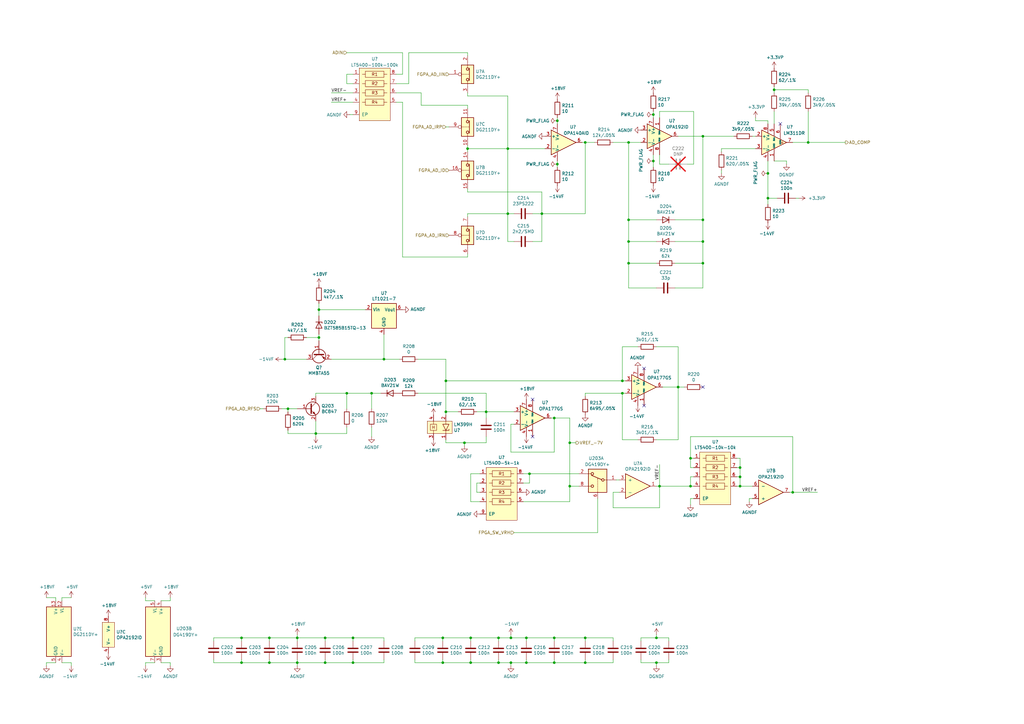
<source format=kicad_sch>
(kicad_sch (version 20230121) (generator eeschema)
  (paper "A3")
  (title_block (title "ADC") (date "2020-03-07") (rev "1.00"))
  (junction (at 317.5 36.83))
  (junction (at 255.27 156.21))
  (junction (at 325.12 201.93))
  (junction (at 227.33 171.45))
  (junction (at 199.39 168.91))
  (junction (at 142.24 161.29))
  (junction (at 209.55 271.78))
  (junction (at 193.04 271.78))
  (junction (at 314.96 81.28))
  (junction (at 255.27 161.29))
  (junction (at 288.29 90.17))
  (junction (at 110.49 261.62))
  (junction (at 288.29 107.95))
  (junction (at 288.29 99.06))
  (junction (at 215.9 261.62))
  (junction (at 283.21 187.96))
  (junction (at 257.81 107.95))
  (junction (at 208.28 60.96))
  (junction (at 99.06 261.62))
  (junction (at 270.51 199.39))
  (junction (at 278.13 158.75))
  (junction (at 257.81 58.42))
  (junction (at 182.88 156.21))
  (junction (at 191.77 60.96))
  (junction (at 269.24 261.62))
  (junction (at 130.81 138.43))
  (junction (at 233.68 199.39))
  (junction (at 110.49 271.78))
  (junction (at 129.54 177.8))
  (junction (at 314.96 71.12))
  (junction (at 288.29 55.88))
  (junction (at 240.03 271.78))
  (junction (at 331.47 58.42))
  (junction (at 181.61 261.62))
  (junction (at 257.81 90.17))
  (junction (at 267.97 66.04))
  (junction (at 182.88 168.91))
  (junction (at 215.9 271.78))
  (junction (at 257.81 99.06))
  (junction (at 227.33 261.62))
  (junction (at 152.4 161.29))
  (junction (at 118.11 167.64))
  (junction (at 240.03 58.42))
  (junction (at 208.28 87.63))
  (junction (at 227.33 271.78))
  (junction (at 133.35 271.78))
  (junction (at 204.47 261.62))
  (junction (at 228.6 49.53))
  (junction (at 209.55 261.62))
  (junction (at 303.53 191.77))
  (junction (at 121.92 261.62))
  (junction (at 157.48 147.32))
  (junction (at 228.6 67.31))
  (junction (at 267.97 46.99))
  (junction (at 283.21 199.39))
  (junction (at 133.35 261.62))
  (junction (at 181.61 271.78))
  (junction (at 233.68 181.61))
  (junction (at 193.04 261.62))
  (junction (at 222.25 87.63))
  (junction (at 130.81 127))
  (junction (at 240.03 261.62))
  (junction (at 121.92 271.78))
  (junction (at 269.24 271.78))
  (junction (at 144.78 261.62))
  (junction (at 144.78 271.78))
  (junction (at 190.5 181.61))
  (junction (at 303.53 195.58))
  (junction (at 204.47 271.78))
  (junction (at 303.53 199.39))
  (junction (at 99.06 271.78))
  (junction (at 217.17 194.31))
  (junction (at 116.84 147.32))
  (no_connect (at 218.44 179.07))
  (no_connect (at 264.16 166.37))
  (no_connect (at 218.44 163.83))
  (no_connect (at 264.16 151.13))
  (no_connect (at 320.04 50.8))
  (no_connect (at 288.29 158.75))
  (wire (pts (xy 172.72 38.1) (xy 172.72 43.18)))
  (wire (pts (xy 190.5 181.61) (xy 199.39 181.61)))
  (wire (pts (xy 116.84 147.32) (xy 115.57 147.32)))
  (wire (pts (xy 130.81 139.7) (xy 130.81 138.43)))
  (wire (pts (xy 227.33 171.45) (xy 226.06 171.45)))
  (wire (pts (xy 130.81 124.46) (xy 130.81 127)))
  (wire (pts (xy 157.48 261.62) (xy 157.48 262.89)))
  (wire (pts (xy 182.88 156.21) (xy 255.27 156.21)))
  (wire (pts (xy 142.24 177.8) (xy 129.54 177.8)))
  (wire (pts (xy 199.39 168.91) (xy 210.82 168.91)))
  (wire (pts (xy 251.46 58.42) (xy 257.81 58.42)))
  (wire (pts (xy 288.29 90.17) (xy 288.29 99.06)))
  (wire (pts (xy 262.89 261.62) (xy 269.24 261.62)))
  (wire (pts (xy 314.96 81.28) (xy 314.96 71.12)))
  (wire (pts (xy 309.88 49.53) (xy 314.96 49.53)))
  (wire (pts (xy 283.21 207.01) (xy 283.21 204.47)))
  (wire (pts (xy 303.53 187.96) (xy 302.26 187.96)))
  (wire (pts (xy 269.24 142.24) (xy 278.13 142.24)))
  (wire (pts (xy 130.81 127) (xy 149.86 127)))
  (wire (pts (xy 144.78 38.1) (xy 135.89 38.1)))
  (wire (pts (xy 142.24 161.29) (xy 152.4 161.29)))
  (wire (pts (xy 182.88 156.21) (xy 182.88 147.32)))
  (wire (pts (xy 209.55 260.35) (xy 209.55 261.62)))
  (wire (pts (xy 284.48 45.72) (xy 270.51 45.72)))
  (wire (pts (xy 182.88 180.34) (xy 182.88 181.61)))
  (wire (pts (xy 69.85 273.05) (xy 69.85 271.78)))
  (wire (pts (xy 318.77 81.28) (xy 314.96 81.28)))
  (wire (pts (xy 162.56 41.91) (xy 165.1 41.91)))
  (wire (pts (xy 214.63 198.12) (xy 217.17 198.12)))
  (wire (pts (xy 283.21 204.47) (xy 284.48 204.47)))
  (wire (pts (xy 257.81 58.42) (xy 257.81 90.17)))
  (wire (pts (xy 187.96 168.91) (xy 182.88 168.91)))
  (wire (pts (xy 227.33 171.45) (xy 233.68 171.45)))
  (wire (pts (xy 269.24 260.35) (xy 269.24 261.62)))
  (wire (pts (xy 303.53 199.39) (xy 302.26 199.39)))
  (wire (pts (xy 191.77 21.59) (xy 191.77 22.86)))
  (wire (pts (xy 59.69 246.38) (xy 63.5 246.38)))
  (wire (pts (xy 87.63 271.78) (xy 87.63 270.51)))
  (wire (pts (xy 269.24 99.06) (xy 257.81 99.06)))
  (wire (pts (xy 255.27 156.21) (xy 256.54 156.21)))
  (wire (pts (xy 267.97 46.99) (xy 267.97 45.72)))
  (wire (pts (xy 144.78 30.48) (xy 142.24 30.48)))
  (wire (pts (xy 233.68 199.39) (xy 233.68 205.74)))
  (wire (pts (xy 69.85 246.38) (xy 66.04 246.38)))
  (wire (pts (xy 191.77 60.96) (xy 191.77 59.69)))
  (wire (pts (xy 278.13 180.34) (xy 278.13 158.75)))
  (wire (pts (xy 116.84 138.43) (xy 116.84 147.32)))
  (wire (pts (xy 208.28 60.96) (xy 223.52 60.96)))
  (wire (pts (xy 118.11 168.91) (xy 118.11 167.64)))
  (wire (pts (xy 314.96 71.12) (xy 314.96 66.04)))
  (wire (pts (xy 302.26 191.77) (xy 303.53 191.77)))
  (wire (pts (xy 87.63 262.89) (xy 87.63 261.62)))
  (wire (pts (xy 270.51 63.5) (xy 270.51 67.31)))
  (wire (pts (xy 99.06 262.89) (xy 99.06 261.62)))
  (wire (pts (xy 209.55 173.99) (xy 209.55 185.42)))
  (wire (pts (xy 121.92 262.89) (xy 121.92 261.62)))
  (wire (pts (xy 22.86 245.11) (xy 22.86 246.38)))
  (wire (pts (xy 284.48 67.31) (xy 284.48 45.72)))
  (wire (pts (xy 209.55 185.42) (xy 227.33 185.42)))
  (wire (pts (xy 325.12 179.07) (xy 325.12 201.93)))
  (wire (pts (xy 144.78 262.89) (xy 144.78 261.62)))
  (wire (pts (xy 204.47 271.78) (xy 204.47 270.51)))
  (wire (pts (xy 121.92 260.35) (xy 121.92 261.62)))
  (wire (pts (xy 195.58 201.93) (xy 195.58 198.12)))
  (wire (pts (xy 129.54 172.72) (xy 129.54 177.8)))
  (wire (pts (xy 130.81 138.43) (xy 130.81 137.16)))
  (wire (pts (xy 29.21 271.78) (xy 25.4 271.78)))
  (wire (pts (xy 157.48 147.32) (xy 163.83 147.32)))
  (wire (pts (xy 193.04 205.74) (xy 196.85 205.74)))
  (wire (pts (xy 142.24 30.48) (xy 142.24 34.29)))
  (wire (pts (xy 144.78 261.62) (xy 157.48 261.62)))
  (wire (pts (xy 228.6 66.04) (xy 228.6 67.31)))
  (wire (pts (xy 204.47 261.62) (xy 209.55 261.62)))
  (wire (pts (xy 181.61 271.78) (xy 170.18 271.78)))
  (wire (pts (xy 276.86 99.06) (xy 288.29 99.06)))
  (wire (pts (xy 157.48 271.78) (xy 144.78 271.78)))
  (wire (pts (xy 283.21 187.96) (xy 283.21 179.07)))
  (wire (pts (xy 69.85 245.11) (xy 69.85 246.38)))
  (wire (pts (xy 25.4 245.11) (xy 25.4 246.38)))
  (wire (pts (xy 278.13 142.24) (xy 278.13 158.75)))
  (wire (pts (xy 167.64 34.29) (xy 167.64 21.59)))
  (wire (pts (xy 121.92 271.78) (xy 121.92 273.05)))
  (wire (pts (xy 130.81 127) (xy 130.81 129.54)))
  (wire (pts (xy 191.77 88.9) (xy 191.77 87.63)))
  (wire (pts (xy 99.06 271.78) (xy 87.63 271.78)))
  (wire (pts (xy 133.35 261.62) (xy 144.78 261.62)))
  (wire (pts (xy 222.25 87.63) (xy 240.03 87.63)))
  (wire (pts (xy 331.47 58.42) (xy 325.12 58.42)))
  (wire (pts (xy 199.39 171.45) (xy 199.39 168.91)))
  (wire (pts (xy 233.68 181.61) (xy 233.68 199.39)))
  (wire (pts (xy 133.35 270.51) (xy 133.35 271.78)))
  (wire (pts (xy 262.89 271.78) (xy 262.89 270.51)))
  (wire (pts (xy 191.77 62.23) (xy 191.77 60.96)))
  (wire (pts (xy 303.53 195.58) (xy 303.53 199.39)))
  (wire (pts (xy 270.51 45.72) (xy 270.51 48.26)))
  (wire (pts (xy 269.24 180.34) (xy 278.13 180.34)))
  (wire (pts (xy 193.04 270.51) (xy 193.04 271.78)))
  (wire (pts (xy 162.56 34.29) (xy 167.64 34.29)))
  (wire (pts (xy 255.27 142.24) (xy 255.27 156.21)))
  (wire (pts (xy 269.24 271.78) (xy 262.89 271.78)))
  (wire (pts (xy 283.21 179.07) (xy 325.12 179.07)))
  (wire (pts (xy 195.58 198.12) (xy 196.85 198.12)))
  (wire (pts (xy 228.6 67.31) (xy 228.6 68.58)))
  (wire (pts (xy 144.78 271.78) (xy 144.78 270.51)))
  (wire (pts (xy 257.81 99.06) (xy 257.81 90.17)))
  (wire (pts (xy 257.81 58.42) (xy 262.89 58.42)))
  (wire (pts (xy 215.9 271.78) (xy 209.55 271.78)))
  (wire (pts (xy 217.17 194.31) (xy 214.63 194.31)))
  (wire (pts (xy 196.85 194.31) (xy 193.04 194.31)))
  (wire (pts (xy 227.33 271.78) (xy 215.9 271.78)))
  (wire (pts (xy 99.06 261.62) (xy 110.49 261.62)))
  (wire (pts (xy 267.97 48.26) (xy 267.97 46.99)))
  (wire (pts (xy 116.84 147.32) (xy 125.73 147.32)))
  (wire (pts (xy 182.88 52.07) (xy 184.15 52.07)))
  (wire (pts (xy 110.49 261.62) (xy 110.49 262.89)))
  (wire (pts (xy 142.24 34.29) (xy 144.78 34.29)))
  (wire (pts (xy 165.1 21.59) (xy 142.24 21.59)))
  (wire (pts (xy 29.21 245.11) (xy 25.4 245.11)))
  (wire (pts (xy 317.5 50.8) (xy 317.5 45.72)))
  (wire (pts (xy 257.81 90.17) (xy 269.24 90.17)))
  (wire (pts (xy 29.21 273.05) (xy 29.21 271.78)))
  (wire (pts (xy 99.06 271.78) (xy 99.06 270.51)))
  (wire (pts (xy 157.48 270.51) (xy 157.48 271.78)))
  (wire (pts (xy 110.49 270.51) (xy 110.49 271.78)))
  (wire (pts (xy 295.91 71.12) (xy 295.91 69.85)))
  (wire (pts (xy 257.81 118.11) (xy 257.81 107.95)))
  (wire (pts (xy 276.86 90.17) (xy 288.29 90.17)))
  (wire (pts (xy 276.86 107.95) (xy 288.29 107.95)))
  (wire (pts (xy 331.47 45.72) (xy 331.47 58.42)))
  (wire (pts (xy 162.56 38.1) (xy 172.72 38.1)))
  (wire (pts (xy 167.64 21.59) (xy 191.77 21.59)))
  (wire (pts (xy 209.55 261.62) (xy 215.9 261.62)))
  (wire (pts (xy 240.03 58.42) (xy 238.76 58.42)))
  (wire (pts (xy 251.46 261.62) (xy 251.46 262.89)))
  (wire (pts (xy 228.6 48.26) (xy 228.6 49.53)))
  (wire (pts (xy 208.28 60.96) (xy 191.77 60.96)))
  (wire (pts (xy 19.05 245.11) (xy 22.86 245.11)))
  (wire (pts (xy 121.92 261.62) (xy 133.35 261.62)))
  (wire (pts (xy 227.33 261.62) (xy 240.03 261.62)))
  (wire (pts (xy 251.46 208.28) (xy 270.51 208.28)))
  (wire (pts (xy 325.12 201.93) (xy 335.28 201.93)))
  (wire (pts (xy 181.61 262.89) (xy 181.61 261.62)))
  (wire (pts (xy 144.78 271.78) (xy 133.35 271.78)))
  (wire (pts (xy 284.48 191.77) (xy 283.21 191.77)))
  (wire (pts (xy 254 196.85) (xy 252.73 196.85)))
  (wire (pts (xy 309.88 48.26) (xy 309.88 49.53)))
  (wire (pts (xy 129.54 177.8) (xy 129.54 179.07)))
  (wire (pts (xy 269.24 273.05) (xy 269.24 271.78)))
  (wire (pts (xy 193.04 271.78) (xy 181.61 271.78)))
  (wire (pts (xy 331.47 58.42) (xy 346.71 58.42)))
  (wire (pts (xy 130.81 138.43) (xy 125.73 138.43)))
  (wire (pts (xy 255.27 180.34) (xy 255.27 161.29)))
  (wire (pts (xy 215.9 261.62) (xy 215.9 262.89)))
  (wire (pts (xy 121.92 271.78) (xy 110.49 271.78)))
  (wire (pts (xy 135.89 147.32) (xy 157.48 147.32)))
  (wire (pts (xy 270.51 67.31) (xy 274.32 67.31)))
  (wire (pts (xy 303.53 187.96) (xy 303.53 191.77)))
  (wire (pts (xy 218.44 87.63) (xy 222.25 87.63)))
  (wire (pts (xy 142.24 175.26) (xy 142.24 177.8)))
  (wire (pts (xy 267.97 68.58) (xy 267.97 66.04)))
  (wire (pts (xy 307.34 205.74) (xy 307.34 204.47)))
  (wire (pts (xy 284.48 195.58) (xy 283.21 195.58)))
  (wire (pts (xy 270.51 208.28) (xy 270.51 199.39)))
  (wire (pts (xy 303.53 191.77) (xy 303.53 195.58)))
  (wire (pts (xy 165.1 41.91) (xy 165.1 105.41)))
  (wire (pts (xy 143.51 46.99) (xy 144.78 46.99)))
  (wire (pts (xy 118.11 167.64) (xy 121.92 167.64)))
  (wire (pts (xy 240.03 271.78) (xy 227.33 271.78)))
  (wire (pts (xy 270.51 199.39) (xy 269.24 199.39)))
  (wire (pts (xy 170.18 271.78) (xy 170.18 270.51)))
  (wire (pts (xy 274.32 271.78) (xy 269.24 271.78)))
  (wire (pts (xy 215.9 270.51) (xy 215.9 271.78)))
  (wire (pts (xy 19.05 271.78) (xy 22.86 271.78)))
  (wire (pts (xy 19.05 273.05) (xy 19.05 271.78)))
  (wire (pts (xy 193.04 261.62) (xy 204.47 261.62)))
  (wire (pts (xy 281.94 67.31) (xy 284.48 67.31)))
  (wire (pts (xy 267.97 66.04) (xy 267.97 63.5)))
  (wire (pts (xy 307.34 204.47) (xy 308.61 204.47)))
  (wire (pts (xy 302.26 195.58) (xy 303.53 195.58)))
  (wire (pts (xy 283.21 187.96) (xy 284.48 187.96)))
  (wire (pts (xy 210.82 99.06) (xy 208.28 99.06)))
  (wire (pts (xy 204.47 262.89) (xy 204.47 261.62)))
  (wire (pts (xy 142.24 167.64) (xy 142.24 161.29)))
  (wire (pts (xy 217.17 198.12) (xy 217.17 194.31)))
  (wire (pts (xy 171.45 161.29) (xy 199.39 161.29)))
  (wire (pts (xy 171.45 147.32) (xy 182.88 147.32)))
  (wire (pts (xy 191.77 105.41) (xy 165.1 105.41)))
  (wire (pts (xy 133.35 271.78) (xy 121.92 271.78)))
  (wire (pts (xy 288.29 55.88) (xy 278.13 55.88)))
  (wire (pts (xy 110.49 271.78) (xy 99.06 271.78)))
  (wire (pts (xy 327.66 81.28) (xy 326.39 81.28)))
  (wire (pts (xy 284.48 199.39) (xy 283.21 199.39)))
  (wire (pts (xy 269.24 261.62) (xy 274.32 261.62)))
  (wire (pts (xy 256.54 161.29) (xy 255.27 161.29)))
  (wire (pts (xy 182.88 181.61) (xy 190.5 181.61)))
  (wire (pts (xy 270.51 199.39) (xy 283.21 199.39)))
  (wire (pts (xy 165.1 30.48) (xy 165.1 21.59)))
  (wire (pts (xy 322.58 67.31) (xy 322.58 66.04)))
  (wire (pts (xy 257.81 107.95) (xy 257.81 99.06)))
  (wire (pts (xy 269.24 107.95) (xy 257.81 107.95)))
  (wire (pts (xy 317.5 38.1) (xy 317.5 36.83)))
  (wire (pts (xy 228.6 49.53) (xy 228.6 50.8)))
  (wire (pts (xy 191.77 87.63) (xy 208.28 87.63)))
  (wire (pts (xy 251.46 201.93) (xy 251.46 208.28)))
  (wire (pts (xy 69.85 271.78) (xy 66.04 271.78)))
  (wire (pts (xy 314.96 83.82) (xy 314.96 81.28)))
  (wire (pts (xy 209.55 271.78) (xy 209.55 273.05)))
  (wire (pts (xy 209.55 271.78) (xy 204.47 271.78)))
  (wire (pts (xy 233.68 171.45) (xy 233.68 181.61)))
  (wire (pts (xy 227.33 271.78) (xy 227.33 270.51)))
  (wire (pts (xy 255.27 142.24) (xy 261.62 142.24)))
  (wire (pts (xy 162.56 30.48) (xy 165.1 30.48)))
  (wire (pts (xy 181.61 261.62) (xy 193.04 261.62)))
  (wire (pts (xy 191.77 77.47) (xy 191.77 78.74)))
  (wire (pts (xy 251.46 270.51) (xy 251.46 271.78)))
  (wire (pts (xy 236.22 181.61) (xy 233.68 181.61)))
  (wire (pts (xy 181.61 271.78) (xy 181.61 270.51)))
  (wire (pts (xy 193.04 194.31) (xy 193.04 205.74)))
  (wire (pts (xy 245.11 218.44) (xy 245.11 204.47)))
  (wire (pts (xy 274.32 262.89) (xy 274.32 261.62)))
  (wire (pts (xy 233.68 205.74) (xy 214.63 205.74)))
  (wire (pts (xy 204.47 271.78) (xy 193.04 271.78)))
  (wire (pts (xy 208.28 39.37) (xy 208.28 60.96)))
  (wire (pts (xy 152.4 167.64) (xy 152.4 161.29)))
  (wire (pts (xy 300.99 55.88) (xy 288.29 55.88)))
  (wire (pts (xy 227.33 262.89) (xy 227.33 261.62)))
  (wire (pts (xy 191.77 43.18) (xy 191.77 44.45)))
  (wire (pts (xy 59.69 245.11) (xy 59.69 246.38)))
  (wire (pts (xy 121.92 271.78) (xy 121.92 270.51)))
  (wire (pts (xy 240.03 261.62) (xy 240.03 262.89)))
  (wire (pts (xy 237.49 199.39) (xy 233.68 199.39)))
  (wire (pts (xy 288.29 55.88) (xy 288.29 90.17)))
  (wire (pts (xy 59.69 273.05) (xy 59.69 271.78)))
  (wire (pts (xy 240.03 161.29) (xy 255.27 161.29)))
  (wire (pts (xy 262.89 262.89) (xy 262.89 261.62)))
  (wire (pts (xy 59.69 271.78) (xy 63.5 271.78)))
  (wire (pts (xy 222.25 99.06) (xy 222.25 87.63)))
  (wire (pts (xy 295.91 60.96) (xy 295.91 62.23)))
  (wire (pts (xy 193.04 261.62) (xy 193.04 262.89)))
  (wire (pts (xy 191.77 39.37) (xy 208.28 39.37)))
  (wire (pts (xy 172.72 43.18) (xy 191.77 43.18)))
  (wire (pts (xy 240.03 261.62) (xy 251.46 261.62)))
  (wire (pts (xy 152.4 179.07) (xy 152.4 175.26)))
  (wire (pts (xy 199.39 168.91) (xy 199.39 161.29)))
  (wire (pts (xy 118.11 167.64) (xy 115.57 167.64)))
  (wire (pts (xy 240.03 58.42) (xy 243.84 58.42)))
  (wire (pts (xy 106.68 167.64) (xy 107.95 167.64)))
  (wire (pts (xy 190.5 182.88) (xy 190.5 181.61)))
  (wire (pts (xy 110.49 261.62) (xy 121.92 261.62)))
  (wire (pts (xy 191.77 104.14) (xy 191.77 105.41)))
  (wire (pts (xy 210.82 87.63) (xy 208.28 87.63)))
  (wire (pts (xy 217.17 194.31) (xy 237.49 194.31)))
  (wire (pts (xy 251.46 271.78) (xy 240.03 271.78)))
  (wire (pts (xy 215.9 261.62) (xy 227.33 261.62)))
  (wire (pts (xy 199.39 181.61) (xy 199.39 179.07)))
  (wire (pts (xy 196.85 201.93) (xy 195.58 201.93)))
  (wire (pts (xy 152.4 161.29) (xy 156.21 161.29)))
  (wire (pts (xy 208.28 87.63) (xy 208.28 60.96)))
  (wire (pts (xy 118.11 138.43) (xy 116.84 138.43)))
  (wire (pts (xy 199.39 168.91) (xy 195.58 168.91)))
  (wire (pts (xy 182.88 168.91) (xy 182.88 170.18)))
  (wire (pts (xy 254 201.93) (xy 251.46 201.93)))
  (wire (pts (xy 170.18 261.62) (xy 181.61 261.62)))
  (wire (pts (xy 208.28 99.06) (xy 208.28 87.63)))
  (wire (pts (xy 191.77 38.1) (xy 191.77 39.37)))
  (wire (pts (xy 218.44 99.06) (xy 222.25 99.06)))
  (wire (pts (xy 278.13 158.75) (xy 280.67 158.75)))
  (wire (pts (xy 288.29 99.06) (xy 288.29 107.95)))
  (wire (pts (xy 308.61 199.39) (xy 303.53 199.39)))
  (wire (pts (xy 240.03 161.29) (xy 240.03 162.56)))
  (wire (pts (xy 325.12 201.93) (xy 323.85 201.93)))
  (wire (pts (xy 240.03 58.42) (xy 240.03 87.63)))
  (wire (pts (xy 331.47 36.83) (xy 331.47 38.1)))
  (wire (pts (xy 270.51 199.39) (xy 270.51 190.5)))
  (wire (pts (xy 261.62 180.34) (xy 255.27 180.34)))
  (wire (pts (xy 129.54 161.29) (xy 142.24 161.29)))
  (wire (pts (xy 210.82 173.99) (xy 209.55 173.99)))
  (wire (pts (xy 118.11 176.53) (xy 118.11 177.8)))
  (wire (pts (xy 170.18 262.89) (xy 170.18 261.62)))
  (wire (pts (xy 129.54 162.56) (xy 129.54 161.29)))
  (wire (pts (xy 317.5 36.83) (xy 331.47 36.83)))
  (wire (pts (xy 227.33 185.42) (xy 227.33 171.45)))
  (wire (pts (xy 182.88 168.91) (xy 182.88 156.21)))
  (wire (pts (xy 222.25 87.63) (xy 222.25 78.74)))
  (wire (pts (xy 283.21 191.77) (xy 283.21 187.96)))
  (wire (pts (xy 269.24 118.11) (xy 257.81 118.11)))
  (wire (pts (xy 288.29 118.11) (xy 288.29 107.95)))
  (wire (pts (xy 274.32 271.78) (xy 274.32 270.51)))
  (wire (pts (xy 210.82 218.44) (xy 245.11 218.44)))
  (wire (pts (xy 157.48 147.32) (xy 157.48 137.16)))
  (wire (pts (xy 191.77 78.74) (xy 222.25 78.74)))
  (wire (pts (xy 133.35 261.62) (xy 133.35 262.89)))
  (wire (pts (xy 309.88 55.88) (xy 308.61 55.88)))
  (wire (pts (xy 87.63 261.62) (xy 99.06 261.62)))
  (wire (pts (xy 271.78 158.75) (xy 278.13 158.75)))
  (wire (pts (xy 144.78 41.91) (xy 135.89 41.91)))
  (wire (pts (xy 283.21 195.58) (xy 283.21 199.39)))
  (wire (pts (xy 317.5 36.83) (xy 317.5 35.56)))
  (wire (pts (xy 314.96 49.53) (xy 314.96 50.8)))
  (wire (pts (xy 322.58 66.04) (xy 317.5 66.04)))
  (wire (pts (xy 118.11 177.8) (xy 129.54 177.8)))
  (wire (pts (xy 276.86 118.11) (xy 288.29 118.11)))
  (wire (pts (xy 240.03 270.51) (xy 240.03 271.78)))
  (wire (pts (xy 295.91 60.96) (xy 309.88 60.96)))
  (label "VREF+" (at 135.89 41.91 0))
  (label "VREF-" (at 270.51 190.5 270))
  (label "VREF+" (at 335.28 201.93 180))
  (label "VREF-" (at 135.89 38.1 0))
  (hierarchical_label "VREF_-7V" (shape output) (at 236.22 181.61 0))
  (hierarchical_label "ADIN" (shape input) (at 142.24 21.59 180))
  (hierarchical_label "FPGA_AD_RFS" (shape input) (at 106.68 167.64 180))
  (hierarchical_label "FGPA_AD_IIN" (shape input) (at 184.15 30.48 180))
  (hierarchical_label "FPGA_SW_VRH" (shape input) (at 210.82 218.44 180))
  (hierarchical_label "FGPA_AD_ID" (shape input) (at 184.15 69.85 180))
  (hierarchical_label "AD_COMP" (shape output) (at 346.71 58.42 0))
  (hierarchical_label "FGPA_AD_IRN" (shape input) (at 184.15 96.52 180))
  (hierarchical_label "FGPA_AD_IRP" (shape input) (at 182.88 52.07 180))
  (symbol (lib_id "ETH1CDMM2:LT5400-100k-100k") (at 153.67 38.1 0) (unit 1)
    (property "Reference" "U?" (at 153.67 24.13 0))
    (property "Value" "LT5400-100k-100k" (at 153.67 26.67 0))
    (property "Footprint" "Package_SO:MSOP-8-1EP_3x3mm_P0.65mm_EP1.73x1.85mm_ThermalVias" (effects hide))
    (instances (project "ETH1CDMM2" (path "" (reference "U?") (unit 1)) (path "" (reference "U205") (unit 1))))
  )
  (symbol (lib_id "ETH1CDMM2:AGNDF") (at 143.51 46.99 270) (unit 1)
    (property "Reference" "#PWR?" (effects hide))
    (property "Value" "AGNDF" (at 140.2588 47.117 90) (effects (justify right)))
    (instances (project "ETH1CDMM2" (path "" (reference "#PWR?") (unit 1)) (path "" (reference "#PWR0218") (unit 1))))
  )
  (symbol (lib_id "ETH1CDMM2:DG211") (at 191.77 69.85 270) (unit 2)
    (property "Reference" "U?" (at 195.072 68.6816 90) (effects (justify left)))
    (property "Value" "DG211DY+" (at 195.072 70.993 90) (effects (justify left)))
    (property "Footprint" "Package_SO:SOIC-16_3.9x9.9mm_P1.27mm" (effects hide))
    (property "Datasheet" "http://pdf.datasheetcatalog.com/datasheets/70/494502_DS.pdf" (effects hide))
    (instances (project "ETH1CDMM2" (path "" (reference "U?") (unit 2)) (path "" (reference "U201") (unit 2))))
  )
  (symbol (lib_id "ETH1CDMM2:DG211") (at 191.77 52.07 270) (unit 3)
    (property "Reference" "U?" (at 195.072 50.9016 90) (effects (justify left)))
    (property "Value" "DG211DY+" (at 195.072 53.213 90) (effects (justify left)))
    (property "Footprint" "Package_SO:SOIC-16_3.9x9.9mm_P1.27mm" (effects hide))
    (property "Datasheet" "http://pdf.datasheetcatalog.com/datasheets/70/494502_DS.pdf" (effects hide))
    (instances (project "ETH1CDMM2" (path "" (reference "U?") (unit 3)) (path "" (reference "U201") (unit 3))))
  )
  (symbol (lib_id "ETH1CDMM2:DG211") (at 191.77 96.52 270) (unit 4)
    (property "Reference" "U?" (at 195.072 95.3516 90) (effects (justify left)))
    (property "Value" "DG211DY+" (at 195.072 97.663 90) (effects (justify left)))
    (property "Footprint" "Package_SO:SOIC-16_3.9x9.9mm_P1.27mm" (effects hide))
    (property "Datasheet" "http://pdf.datasheetcatalog.com/datasheets/70/494502_DS.pdf" (effects hide))
    (instances (project "ETH1CDMM2" (path "" (reference "U?") (unit 4)) (path "" (reference "U201") (unit 4))))
  )
  (symbol (lib_id "ETH1CDMM2:DG211") (at 22.86 259.08 0) (unit 5)
    (property "Reference" "U?" (at 29.972 257.9116 0) (effects (justify left)))
    (property "Value" "DG211DY+" (at 29.972 260.223 0) (effects (justify left)))
    (property "Footprint" "Package_SO:SOIC-16_3.9x9.9mm_P1.27mm" (effects hide))
    (property "Datasheet" "http://pdf.datasheetcatalog.com/datasheets/70/494502_DS.pdf" (effects hide))
    (instances (project "ETH1CDMM2" (path "" (reference "U?") (unit 5)) (path "" (reference "U201") (unit 5))))
  )
  (symbol (lib_id "ETH1CDMM2:LT5400-10k-10k") (at 293.37 195.58 0) (unit 1)
    (property "Reference" "U?" (at 293.37 181.229 0))
    (property "Value" "LT5400-10k-10k" (at 293.37 183.5404 0))
    (property "Footprint" "Package_SO:MSOP-8-1EP_3x3mm_P0.65mm_EP1.73x1.85mm_ThermalVias" (effects hide))
    (instances (project "ETH1CDMM2" (path "" (reference "U?") (unit 1)) (path "" (reference "U212") (unit 1))))
  )
  (symbol (lib_id "ETH1CDMM2:DG211") (at 191.77 30.48 270) (unit 1)
    (property "Reference" "U?" (at 195.072 29.3116 90) (effects (justify left)))
    (property "Value" "DG211DY+" (at 195.072 31.623 90) (effects (justify left)))
    (property "Footprint" "Package_SO:SOIC-16_3.9x9.9mm_P1.27mm" (effects hide))
    (property "Datasheet" "http://pdf.datasheetcatalog.com/datasheets/70/494502_DS.pdf" (effects hide))
    (instances (project "ETH1CDMM2" (path "" (reference "U?") (unit 1)) (path "" (reference "U201") (unit 1))))
  )
  (symbol (lib_id "ETH1CDMM2:AGNDF") (at 283.21 207.01 0) (unit 1)
    (property "Reference" "#PWR?" (effects hide))
    (property "Value" "AGNDF" (at 283.337 211.4042 0))
    (instances (project "ETH1CDMM2" (path "" (reference "#PWR?") (unit 1)) (path "" (reference "#PWR0241") (unit 1))))
  )
  (symbol (lib_id "ETH1CDMM2:AGNDF") (at 307.34 205.74 0) (unit 1)
    (property "Reference" "#PWR?" (effects hide))
    (property "Value" "AGNDF" (at 307.467 210.1342 0))
    (instances (project "ETH1CDMM2" (path "" (reference "#PWR?") (unit 1)) (path "" (reference "#PWR0243") (unit 1))))
  )
  (symbol (lib_id "ETH1CDMM2:LM399H") (at 180.34 175.26 0) (mirror x) (unit 1)
    (property "Reference" "U?" (at 186.1312 176.4284 0) (effects (justify left)))
    (property "Value" "LM399H" (at 186.1312 174.117 0) (effects (justify left)))
    (property "Footprint" "ETH1CDMM2:LMx99" (effects hide))
    (instances (project "ETH1CDMM2" (path "" (reference "U?") (unit 1)) (path "" (reference "U206") (unit 1))))
  )
  (symbol (lib_id "Device:C") (at 214.63 87.63 270) (unit 1)
    (property "Reference" "C214" (at 214.63 81.2292 90))
    (property "Value" "23PS222" (at 214.63 83.5406 90))
    (property "Footprint" "Capacitor_THT:C_Axial_L12.0mm_D6.5mm_P15.00mm_Horizontal" (effects hide))
  )
  (symbol (lib_id "Device:R") (at 191.77 168.91 270) (unit 1)
    (property "Reference" "R210" (at 191.77 163.6522 90))
    (property "Value" "62/.1%" (at 191.77 165.9636 90))
    (property "Footprint" "Resistor_SMD:R_0603_1608Metric_Pad1.05x0.95mm_HandSolder" (effects hide))
  )
  (symbol (lib_id "Device:C") (at 199.39 175.26 0) (unit 1)
    (property "Reference" "C211" (at 202.311 174.0916 0) (effects (justify left)))
    (property "Value" "100n" (at 202.311 176.403 0) (effects (justify left)))
    (property "Footprint" "Capacitor_SMD:C_0603_1608Metric_Pad1.08x0.95mm_HandSolder" (effects hide))
  )
  (symbol (lib_id "Device:R") (at 240.03 166.37 0) (unit 1)
    (property "Reference" "R213" (at 241.808 165.2016 0) (effects (justify left)))
    (property "Value" "6k95/.05%" (at 241.808 167.513 0) (effects (justify left)))
    (property "Footprint" "Resistor_SMD:R_1206_3216Metric_Pad1.42x1.75mm_HandSolder" (effects hide))
  )
  (symbol (lib_id "Device:R") (at 284.48 158.75 270) (unit 1)
    (property "Reference" "R220" (at 284.48 153.4922 90))
    (property "Value" "0" (at 284.48 155.8036 90))
    (property "Footprint" "Resistor_SMD:R_0603_1608Metric_Pad0.98x0.95mm_HandSolder" (effects hide))
  )
  (symbol (lib_id "Device:R") (at 265.43 180.34 270) (unit 1)
    (property "Reference" "R216" (at 265.43 175.0822 90))
    (property "Value" "3k01/.1%" (at 265.43 177.3936 90))
    (property "Footprint" "Resistor_SMD:R_0603_1608Metric_Pad1.05x0.95mm_HandSolder" (effects hide))
  )
  (symbol (lib_id "Device:R") (at 265.43 142.24 270) (unit 1)
    (property "Reference" "R215" (at 265.43 136.9822 90))
    (property "Value" "3k01/.1%" (at 265.43 139.2936 90))
    (property "Footprint" "Resistor_SMD:R_0603_1608Metric_Pad1.05x0.95mm_HandSolder" (effects hide))
  )
  (symbol (lib_id "ETH1CDMM2:AGNDF") (at 240.03 170.18 0) (unit 1)
    (property "Reference" "#PWR?" (effects hide))
    (property "Value" "AGNDF" (at 240.157 174.5742 0))
    (instances (project "ETH1CDMM2" (path "" (reference "#PWR?") (unit 1)) (path "" (reference "#PWR0233") (unit 1))))
  )
  (symbol (lib_id "ETH1CDMM2:OPA2192") (at 260.35 199.39 0) (unit 1)
    (property "Reference" "U?" (at 261.62 190.0682 0))
    (property "Value" "OPA2192ID" (at 261.62 192.3796 0))
    (property "Footprint" "Package_SO:SOIC-8_3.9x4.9mm_P1.27mm" (effects hide))
    (instances (project "ETH1CDMM2" (path "" (reference "U?") (unit 1)) (path "" (reference "U202") (unit 1))))
  )
  (symbol (lib_id "ETH1CDMM2:OPA2192") (at 314.96 201.93 0) (mirror x) (unit 2)
    (property "Reference" "U?" (at 316.23 193.04 0))
    (property "Value" "OPA2192ID" (at 316.23 195.58 0))
    (property "Footprint" "Package_SO:SOIC-8_3.9x4.9mm_P1.27mm" (effects hide))
    (instances (project "ETH1CDMM2" (path "" (reference "U?") (unit 2)) (path "" (reference "U202") (unit 2))))
  )
  (symbol (lib_id "ETH1CDMM2:OPA2192") (at 44.45 260.35 0) (unit 3)
    (property "Reference" "U?" (at 47.7012 259.1816 0) (effects (justify left)))
    (property "Value" "OPA2192ID" (at 47.7012 261.493 0) (effects (justify left)))
    (property "Footprint" "Package_SO:SOIC-8_3.9x4.9mm_P1.27mm" (effects hide))
    (instances (project "ETH1CDMM2" (path "" (reference "U?") (unit 3)) (path "" (reference "U202") (unit 3))))
  )
  (symbol (lib_id "Analog_Switch:DG419xY") (at 245.11 194.31 0) (mirror y) (unit 1)
    (property "Reference" "U203" (at 247.65 187.96 0) (effects (justify left)))
    (property "Value" "DG419DY+" (at 250.19 190.5 0) (effects (justify left)))
    (property "Footprint" "Package_SO:SOIC-8_3.9x4.9mm_P1.27mm" (effects hide))
    (property "Datasheet" "https://datasheets.maximintegrated.com/en/ds/DG417-DG419.pdf" (effects hide))
  )
  (symbol (lib_id "ETH1CDMM2:LT5400-5k-1k") (at 205.74 201.93 0) (unit 1)
    (property "Reference" "U?" (at 205.74 187.579 0))
    (property "Value" "LT5400-5k-1k" (at 205.74 189.8904 0))
    (property "Footprint" "Package_SO:MSOP-8-1EP_3x3mm_P0.65mm_EP1.73x1.85mm_ThermalVias" (effects hide))
    (instances (project "ETH1CDMM2" (path "" (reference "U?") (unit 1)) (path "" (reference "U207") (unit 1))))
  )
  (symbol (lib_id "ETH1CDMM2:AGNDF") (at 196.85 210.82 270) (unit 1)
    (property "Reference" "#PWR?" (effects hide))
    (property "Value" "AGNDF" (at 193.5988 210.947 90) (effects (justify right)))
    (instances (project "ETH1CDMM2" (path "" (reference "#PWR?") (unit 1)) (path "" (reference "#PWR0224") (unit 1))))
  )
  (symbol (lib_id "ETH1CDMM2:AGNDF") (at 214.63 201.93 90) (unit 1)
    (property "Reference" "#PWR?" (effects hide))
    (property "Value" "AGNDF" (at 217.8812 201.803 90) (effects (justify right)))
    (instances (project "ETH1CDMM2" (path "" (reference "#PWR?") (unit 1)) (path "" (reference "#PWR0225") (unit 1))))
  )
  (symbol (lib_id "Analog_Switch:DG419xY") (at 66.04 259.08 0) (mirror y) (unit 2)
    (property "Reference" "U203" (at 78.74 257.81 0) (effects (justify left)))
    (property "Value" "DG419DY+" (at 81.28 260.35 0) (effects (justify left)))
    (property "Footprint" "Package_SO:SOIC-8_3.9x4.9mm_P1.27mm" (effects hide))
    (property "Datasheet" "https://datasheets.maximintegrated.com/en/ds/DG417-DG419.pdf" (effects hide))
  )
  (symbol (lib_id "ETH1CDMM2:+5VF") (at 59.69 245.11 0) (unit 1)
    (property "Reference" "#PWR?" (effects hide))
    (property "Value" "+5VF" (at 60.071 240.7158 0))
    (instances (project "ETH1CDMM2" (path "" (reference "#PWR?") (unit 1)) (path "" (reference "#PWR0207") (unit 1))))
  )
  (symbol (lib_id "ETH1CDMM2:AGNDF") (at 69.85 273.05 0) (unit 1)
    (property "Reference" "#PWR?" (effects hide))
    (property "Value" "AGNDF" (at 69.977 277.4442 0))
    (instances (project "ETH1CDMM2" (path "" (reference "#PWR?") (unit 1)) (path "" (reference "#PWR0212") (unit 1))))
  )
  (symbol (lib_id "ETH1CDMM2:AGNDF") (at 19.05 273.05 0) (unit 1)
    (property "Reference" "#PWR?" (effects hide))
    (property "Value" "AGNDF" (at 19.177 277.4442 0))
    (instances (project "ETH1CDMM2" (path "" (reference "#PWR?") (unit 1)) (path "" (reference "#PWR0202") (unit 1))))
  )
  (symbol (lib_id "ETH1CDMM2:+5VF") (at 29.21 245.11 0) (unit 1)
    (property "Reference" "#PWR?" (effects hide))
    (property "Value" "+5VF" (at 29.591 240.7158 0))
    (instances (project "ETH1CDMM2" (path "" (reference "#PWR?") (unit 1)) (path "" (reference "#PWR0203") (unit 1))))
  )
  (symbol (lib_id "Device:R") (at 167.64 147.32 270) (unit 1)
    (property "Reference" "R208" (at 167.64 142.0622 90))
    (property "Value" "0" (at 167.64 144.3736 90))
    (property "Footprint" "Resistor_SMD:R_0603_1608Metric_Pad0.98x0.95mm_HandSolder" (effects hide))
  )
  (symbol (lib_id "power:+3.3VP") (at 309.88 48.26 0) (unit 1)
    (property "Reference" "#PWR0244" (effects hide))
    (property "Value" "+3.3VP" (at 310.261 43.8658 0))
  )
  (symbol (lib_id "power:+3.3VP") (at 317.5 27.94 0) (unit 1)
    (property "Reference" "#PWR0246" (effects hide))
    (property "Value" "+3.3VP" (at 317.881 23.5458 0))
  )
  (symbol (lib_id "power:+3.3VP") (at 327.66 81.28 270) (unit 1)
    (property "Reference" "#PWR0248" (effects hide))
    (property "Value" "+3.3VP" (at 331.47 81.28 90) (effects (justify left)))
  )
  (symbol (lib_id "Transistor_BJT:BC847") (at 127 167.64 0) (unit 1)
    (property "Reference" "Q203" (at 131.8514 166.4716 0) (effects (justify left)))
    (property "Value" "BC847" (at 131.8514 168.783 0) (effects (justify left)))
    (property "Footprint" "Package_TO_SOT_SMD:SOT-23" (effects hide))
    (property "Datasheet" "http://www.infineon.com/dgdl/Infineon-BC847SERIES_BC848SERIES_BC849SERIES_BC850SERIES-DS-v01_01-en.pdf?fileId=db3a304314dca389011541d4630a1657" (effects hide))
  )
  (symbol (lib_id "Device:R") (at 130.81 120.65 0) (unit 1)
    (property "Reference" "R204" (at 132.588 119.4816 0) (effects (justify left)))
    (property "Value" "4k7/.1%" (at 132.588 121.793 0) (effects (justify left)))
    (property "Footprint" "Resistor_SMD:R_0603_1608Metric_Pad1.05x0.95mm_HandSolder" (effects hide))
  )
  (symbol (lib_id "Device:R") (at 121.92 138.43 270) (unit 1)
    (property "Reference" "R202" (at 121.92 133.1722 90))
    (property "Value" "4k7/.1%" (at 121.92 135.4836 90))
    (property "Footprint" "Resistor_SMD:R_0603_1608Metric_Pad1.05x0.95mm_HandSolder" (effects hide))
  )
  (symbol (lib_id "Device:D_Zener") (at 130.81 133.35 270) (unit 1)
    (property "Reference" "D202" (at 132.8166 132.1816 90) (effects (justify left)))
    (property "Value" "BZT585B15TQ-13" (at 132.8166 134.493 90) (effects (justify left)))
    (property "Footprint" "Diode_SMD:D_SOD-523" (effects hide))
  )
  (symbol (lib_id "ETH1CDMM2:-14VF") (at 115.57 147.32 90) (unit 1)
    (property "Reference" "#PWR?" (effects hide))
    (property "Value" "-14VF" (at 109.22 147.32 90))
    (instances (project "ETH1CDMM2" (path "" (reference "#PWR?") (unit 1)) (path "" (reference "#PWR0213") (unit 1))))
  )
  (symbol (lib_id "ETH1CDMM2:+18VF") (at 130.81 116.84 0) (unit 1)
    (property "Reference" "#PWR?" (effects hide))
    (property "Value" "+18VF" (at 131.191 112.4458 0))
    (instances (project "ETH1CDMM2" (path "" (reference "#PWR?") (unit 1)) (path "" (reference "#PWR0214") (unit 1))))
  )
  (symbol (lib_id "ETH1CDMM2:MMBTA55") (at 130.81 144.78 90) (mirror x) (unit 1)
    (property "Reference" "Q?" (at 130.81 150.749 90))
    (property "Value" "MMBTA55" (at 130.81 153.0604 90))
    (property "Footprint" "Package_TO_SOT_SMD:SOT-23" (effects hide))
    (property "Datasheet" "https://www.onsemi.com/pub/Collateral/MMBTA92LT1-D.PDF" (effects hide))
    (instances (project "ETH1CDMM2" (path "" (reference "Q?") (unit 1)) (path "" (reference "Q202") (unit 1))))
  )
  (symbol (lib_id "Device:R") (at 142.24 171.45 180) (unit 1)
    (property "Reference" "R206" (at 144.018 170.2816 0) (effects (justify right)))
    (property "Value" "0" (at 144.018 172.593 0) (effects (justify right)))
    (property "Footprint" "Resistor_SMD:R_0603_1608Metric_Pad1.05x0.95mm_HandSolder" (effects hide))
  )
  (symbol (lib_id "ETH1CDMM2:LT1021-7") (at 157.48 129.54 0) (unit 1)
    (property "Reference" "U?" (at 157.48 120.2182 0))
    (property "Value" "LT1021-7" (at 157.48 122.5296 0))
    (property "Footprint" "Package_SO:SOIC-8_3.9x4.9mm_P1.27mm" (effects hide))
    (instances (project "ETH1CDMM2" (path "" (reference "U?") (unit 1)) (path "" (reference "U204") (unit 1))))
  )
  (symbol (lib_id "power:PWR_FLAG") (at 228.6 49.53 90) (unit 1)
    (property "Reference" "#FLG0201" (effects hide))
    (property "Value" "PWR_FLAG" (at 225.3742 49.53 90) (effects (justify left)))
  )
  (symbol (lib_id "power:PWR_FLAG") (at 228.6 67.31 90) (mirror x) (unit 1)
    (property "Reference" "#FLG0202" (effects hide))
    (property "Value" "PWR_FLAG" (at 225.3742 67.31 90) (effects (justify left)))
  )
  (symbol (lib_id "ETH1CDMM2:AGNDF") (at 165.1 127 90) (unit 1)
    (property "Reference" "#PWR?" (effects hide))
    (property "Value" "AGNDF" (at 168.3512 126.873 90) (effects (justify right)))
    (instances (project "ETH1CDMM2" (path "" (reference "#PWR?") (unit 1)) (path "" (reference "#PWR0219") (unit 1))))
  )
  (symbol (lib_id "power:PWR_FLAG") (at 267.97 66.04 90) (mirror x) (unit 1)
    (property "Reference" "#FLG0204" (effects hide))
    (property "Value" "PWR_FLAG" (at 262.89 60.96 0) (effects (justify left)))
  )
  (symbol (lib_id "power:PWR_FLAG") (at 267.97 46.99 90) (mirror x) (unit 1)
    (property "Reference" "#FLG0203" (effects hide))
    (property "Value" "PWR_FLAG" (at 264.16 46.99 90) (effects (justify left)))
  )
  (symbol (lib_id "power:PWR_FLAG") (at 314.96 71.12 90) (mirror x) (unit 1)
    (property "Reference" "#FLG0205" (effects hide))
    (property "Value" "PWR_FLAG" (at 309.88 66.04 0) (effects (justify left)))
  )
  (symbol (lib_id "Device:C") (at 214.63 99.06 270) (unit 1)
    (property "Reference" "C215" (at 214.63 92.6592 90))
    (property "Value" "2n2/SMD" (at 214.63 94.9706 90))
    (property "Footprint" "Capacitor_SMD:C_0603_1608Metric_Pad1.08x0.95mm_HandSolder" (effects hide))
  )
  (symbol (lib_id "Device:C") (at 87.63 266.7 0) (unit 1)
    (property "Reference" "C202" (at 90.551 265.5316 0) (effects (justify left)))
    (property "Value" "100n" (at 90.551 267.843 0) (effects (justify left)))
    (property "Footprint" "Capacitor_SMD:C_0603_1608Metric_Pad1.08x0.95mm_HandSolder" (effects hide))
  )
  (symbol (lib_id "Device:C") (at 99.06 266.7 0) (unit 1)
    (property "Reference" "C203" (at 101.981 265.5316 0) (effects (justify left)))
    (property "Value" "100n" (at 101.981 267.843 0) (effects (justify left)))
    (property "Footprint" "Capacitor_SMD:C_0603_1608Metric_Pad1.08x0.95mm_HandSolder" (effects hide))
  )
  (symbol (lib_id "Device:C") (at 110.49 266.7 0) (unit 1)
    (property "Reference" "C204" (at 113.411 265.5316 0) (effects (justify left)))
    (property "Value" "100n" (at 113.411 267.843 0) (effects (justify left)))
    (property "Footprint" "Capacitor_SMD:C_0603_1608Metric_Pad1.08x0.95mm_HandSolder" (effects hide))
  )
  (symbol (lib_id "Device:C") (at 121.92 266.7 0) (unit 1)
    (property "Reference" "C205" (at 124.841 265.5316 0) (effects (justify left)))
    (property "Value" "100n" (at 124.841 267.843 0) (effects (justify left)))
    (property "Footprint" "Capacitor_SMD:C_0603_1608Metric_Pad1.08x0.95mm_HandSolder" (effects hide))
  )
  (symbol (lib_id "Device:C") (at 133.35 266.7 0) (unit 1)
    (property "Reference" "C206" (at 136.271 265.5316 0) (effects (justify left)))
    (property "Value" "100n" (at 136.271 267.843 0) (effects (justify left)))
    (property "Footprint" "Capacitor_SMD:C_0603_1608Metric_Pad1.08x0.95mm_HandSolder" (effects hide))
  )
  (symbol (lib_id "Device:C") (at 144.78 266.7 0) (unit 1)
    (property "Reference" "C207" (at 147.701 265.5316 0) (effects (justify left)))
    (property "Value" "100n" (at 147.701 267.843 0) (effects (justify left)))
    (property "Footprint" "Capacitor_SMD:C_0603_1608Metric_Pad1.08x0.95mm_HandSolder" (effects hide))
  )
  (symbol (lib_id "Device:C") (at 157.48 266.7 0) (unit 1)
    (property "Reference" "C208" (at 160.401 265.5316 0) (effects (justify left)))
    (property "Value" "100n" (at 160.401 267.843 0) (effects (justify left)))
    (property "Footprint" "Capacitor_SMD:C_0603_1608Metric_Pad1.08x0.95mm_HandSolder" (effects hide))
  )
  (symbol (lib_id "ETH1CDMM2:AGNDF") (at 121.92 273.05 0) (unit 1)
    (property "Reference" "#PWR?" (effects hide))
    (property "Value" "AGNDF" (at 122.047 277.4442 0))
    (instances (project "ETH1CDMM2" (path "" (reference "#PWR?") (unit 1)) (path "" (reference "#PWR0216") (unit 1))))
  )
  (symbol (lib_id "ETH1CDMM2:+18VF") (at 121.92 260.35 0) (unit 1)
    (property "Reference" "#PWR?" (effects hide))
    (property "Value" "+18VF" (at 122.301 255.9558 0))
    (instances (project "ETH1CDMM2" (path "" (reference "#PWR?") (unit 1)) (path "" (reference "#PWR0215") (unit 1))))
  )
  (symbol (lib_id "Device:C") (at 170.18 266.7 0) (unit 1)
    (property "Reference" "C209" (at 173.101 265.5316 0) (effects (justify left)))
    (property "Value" "100n" (at 173.101 267.843 0) (effects (justify left)))
    (property "Footprint" "Capacitor_SMD:C_0603_1608Metric_Pad1.08x0.95mm_HandSolder" (effects hide))
  )
  (symbol (lib_id "Device:C") (at 181.61 266.7 0) (unit 1)
    (property "Reference" "C210" (at 184.531 265.5316 0) (effects (justify left)))
    (property "Value" "100n" (at 184.531 267.843 0) (effects (justify left)))
    (property "Footprint" "Capacitor_SMD:C_0603_1608Metric_Pad1.08x0.95mm_HandSolder" (effects hide))
  )
  (symbol (lib_id "Device:C") (at 193.04 266.7 0) (unit 1)
    (property "Reference" "C212" (at 195.961 265.5316 0) (effects (justify left)))
    (property "Value" "100n" (at 195.961 267.843 0) (effects (justify left)))
    (property "Footprint" "Capacitor_SMD:C_0603_1608Metric_Pad1.08x0.95mm_HandSolder" (effects hide))
  )
  (symbol (lib_id "Device:C") (at 204.47 266.7 0) (unit 1)
    (property "Reference" "C213" (at 207.391 265.5316 0) (effects (justify left)))
    (property "Value" "100n" (at 207.391 267.843 0) (effects (justify left)))
    (property "Footprint" "Capacitor_SMD:C_0603_1608Metric_Pad1.08x0.95mm_HandSolder" (effects hide))
  )
  (symbol (lib_id "Device:C") (at 215.9 266.7 0) (unit 1)
    (property "Reference" "C216" (at 218.821 265.5316 0) (effects (justify left)))
    (property "Value" "100n" (at 218.821 267.843 0) (effects (justify left)))
    (property "Footprint" "Capacitor_SMD:C_0603_1608Metric_Pad1.08x0.95mm_HandSolder" (effects hide))
  )
  (symbol (lib_id "Device:C") (at 227.33 266.7 0) (unit 1)
    (property "Reference" "C217" (at 230.251 265.5316 0) (effects (justify left)))
    (property "Value" "100n" (at 230.251 267.843 0) (effects (justify left)))
    (property "Footprint" "Capacitor_SMD:C_0603_1608Metric_Pad1.08x0.95mm_HandSolder" (effects hide))
  )
  (symbol (lib_id "Device:C") (at 240.03 266.7 0) (unit 1)
    (property "Reference" "C218" (at 242.951 265.5316 0) (effects (justify left)))
    (property "Value" "100n" (at 242.951 267.843 0) (effects (justify left)))
    (property "Footprint" "Capacitor_SMD:C_0603_1608Metric_Pad1.08x0.95mm_HandSolder" (effects hide))
  )
  (symbol (lib_id "ETH1CDMM2:AGNDF") (at 209.55 273.05 0) (unit 1)
    (property "Reference" "#PWR?" (effects hide))
    (property "Value" "AGNDF" (at 209.677 277.4442 0))
    (instances (project "ETH1CDMM2" (path "" (reference "#PWR?") (unit 1)) (path "" (reference "#PWR0229") (unit 1))))
  )
  (symbol (lib_id "Device:C") (at 251.46 266.7 0) (unit 1)
    (property "Reference" "C219" (at 254.381 265.5316 0) (effects (justify left)))
    (property "Value" "100n" (at 254.381 267.843 0) (effects (justify left)))
    (property "Footprint" "Capacitor_SMD:C_0603_1608Metric_Pad1.08x0.95mm_HandSolder" (effects hide))
  )
  (symbol (lib_id "ETH1CDMM2:+18VF") (at 177.8 180.34 180) (unit 1)
    (property "Reference" "#PWR?" (effects hide))
    (property "Value" "+18VF" (at 177.419 184.7342 0))
    (instances (project "ETH1CDMM2" (path "" (reference "#PWR?") (unit 1)) (path "" (reference "#PWR0222") (unit 1))))
  )
  (symbol (lib_id "ETH1CDMM2:-18VF") (at 177.8 170.18 0) (unit 1)
    (property "Reference" "#PWR?" (effects hide))
    (property "Value" "-18VF" (at 178.181 165.7858 0))
    (instances (project "ETH1CDMM2" (path "" (reference "#PWR?") (unit 1)) (path "" (reference "#PWR0221") (unit 1))))
  )
  (symbol (lib_id "ETH1CDMM2:-14VF") (at 209.55 260.35 0) (unit 1)
    (property "Reference" "#PWR?" (effects hide))
    (property "Value" "-14VF" (at 209.931 255.9558 0))
    (instances (project "ETH1CDMM2" (path "" (reference "#PWR?") (unit 1)) (path "" (reference "#PWR0228") (unit 1))))
  )
  (symbol (lib_id "Device:C") (at 262.89 266.7 0) (unit 1)
    (property "Reference" "C220" (at 265.811 265.5316 0) (effects (justify left)))
    (property "Value" "100n" (at 265.811 267.843 0) (effects (justify left)))
    (property "Footprint" "Capacitor_SMD:C_0603_1608Metric_Pad1.08x0.95mm_HandSolder" (effects hide))
  )
  (symbol (lib_id "Device:C") (at 274.32 266.7 0) (unit 1)
    (property "Reference" "C223" (at 277.241 265.5316 0) (effects (justify left)))
    (property "Value" "100n" (at 277.241 267.843 0) (effects (justify left)))
    (property "Footprint" "Capacitor_SMD:C_0603_1608Metric_Pad1.08x0.95mm_HandSolder" (effects hide))
  )
  (symbol (lib_id "ETH1CDMM2:AGNDF") (at 190.5 182.88 0) (unit 1)
    (property "Reference" "#PWR?" (effects hide))
    (property "Value" "AGNDF" (at 190.627 187.2742 0))
    (instances (project "ETH1CDMM2" (path "" (reference "#PWR?") (unit 1)) (path "" (reference "#PWR0223") (unit 1))))
  )
  (symbol (lib_id "ETH1CDMM2:AGNDF") (at 261.62 151.13 180) (unit 1)
    (property "Reference" "#PWR?" (effects hide))
    (property "Value" "AGNDF" (at 261.493 146.7358 0))
    (instances (project "ETH1CDMM2" (path "" (reference "#PWR?") (unit 1)) (path "" (reference "#PWR0234") (unit 1))))
  )
  (symbol (lib_id "ETH1CDMM2:DGNDF") (at 269.24 273.05 0) (unit 1)
    (property "Reference" "#PWR?" (effects hide))
    (property "Value" "DGNDF" (at 269.367 277.4442 0))
    (instances (project "ETH1CDMM2" (path "" (reference "#PWR?") (unit 1)) (path "" (reference "#PWR0240") (unit 1))))
  )
  (symbol (lib_id "ETH1CDMM2:+5VF") (at 269.24 260.35 0) (unit 1)
    (property "Reference" "#PWR?" (effects hide))
    (property "Value" "+5VF" (at 269.621 255.9558 0))
    (instances (project "ETH1CDMM2" (path "" (reference "#PWR?") (unit 1)) (path "" (reference "#PWR0239") (unit 1))))
  )
  (symbol (lib_id "ETH1CDMM2:OPA140") (at 231.14 58.42 0) (unit 1)
    (property "Reference" "U?" (at 233.68 52.07 0) (effects (justify left)))
    (property "Value" "OPA140AID" (at 231.14 54.61 0) (effects (justify left)))
    (property "Footprint" "Package_SO:SOIC-8_3.9x4.9mm_P1.27mm" (effects hide))
    (instances (project "ETH1CDMM2" (path "" (reference "U?") (unit 1)) (path "" (reference "U209") (unit 1))))
  )
  (symbol (lib_id "Device:R") (at 228.6 44.45 0) (unit 1)
    (property "Reference" "R211" (at 230.378 43.2816 0) (effects (justify left)))
    (property "Value" "10" (at 230.378 45.593 0) (effects (justify left)))
    (property "Footprint" "Resistor_SMD:R_0603_1608Metric_Pad0.98x0.95mm_HandSolder" (effects hide))
  )
  (symbol (lib_id "ETH1CDMM2:+18VF") (at 228.6 40.64 0) (unit 1)
    (property "Reference" "#PWR?" (effects hide))
    (property "Value" "+18VF" (at 228.981 36.2458 0))
    (instances (project "ETH1CDMM2" (path "" (reference "#PWR?") (unit 1)) (path "" (reference "#PWR0231") (unit 1))))
  )
  (symbol (lib_id "ETH1CDMM2:AGNDF") (at 223.52 55.88 270) (unit 1)
    (property "Reference" "#PWR?" (effects hide))
    (property "Value" "AGNDF" (at 220.2688 56.007 90) (effects (justify right)))
    (instances (project "ETH1CDMM2" (path "" (reference "#PWR?") (unit 1)) (path "" (reference "#PWR0230") (unit 1))))
  )
  (symbol (lib_id "Device:R") (at 228.6 72.39 0) (unit 1)
    (property "Reference" "R212" (at 230.378 71.2216 0) (effects (justify left)))
    (property "Value" "10" (at 230.378 73.533 0) (effects (justify left)))
    (property "Footprint" "Resistor_SMD:R_0603_1608Metric_Pad0.98x0.95mm_HandSolder" (effects hide))
  )
  (symbol (lib_id "ETH1CDMM2:OPA177") (at 264.16 158.75 0) (unit 1)
    (property "Reference" "U?" (at 267.97 152.4 0) (effects (justify left)))
    (property "Value" "OPA177GS" (at 265.43 154.94 0) (effects (justify left)))
    (property "Footprint" "Package_SO:SOIC-8_3.9x4.9mm_P1.27mm" (effects hide))
    (instances (project "ETH1CDMM2" (path "" (reference "U?") (unit 1)) (path "" (reference "U210") (unit 1))))
  )
  (symbol (lib_id "ETH1CDMM2:-14VF") (at 261.62 166.37 180) (unit 1)
    (property "Reference" "#PWR?" (effects hide))
    (property "Value" "-14VF" (at 261.239 170.7642 0))
    (instances (project "ETH1CDMM2" (path "" (reference "#PWR?") (unit 1)) (path "" (reference "#PWR0235") (unit 1))))
  )
  (symbol (lib_id "ETH1CDMM2:OPA177") (at 218.44 171.45 0) (unit 1)
    (property "Reference" "U?" (at 222.25 165.1 0) (effects (justify left)))
    (property "Value" "OPA177GS" (at 220.98 167.64 0) (effects (justify left)))
    (property "Footprint" "Package_SO:SOIC-8_3.9x4.9mm_P1.27mm" (effects hide))
    (instances (project "ETH1CDMM2" (path "" (reference "U?") (unit 1)) (path "" (reference "U208") (unit 1))))
  )
  (symbol (lib_id "ETH1CDMM2:-14VF") (at 215.9 179.07 180) (unit 1)
    (property "Reference" "#PWR?" (effects hide))
    (property "Value" "-14VF" (at 215.519 183.4642 0))
    (instances (project "ETH1CDMM2" (path "" (reference "#PWR?") (unit 1)) (path "" (reference "#PWR0227") (unit 1))))
  )
  (symbol (lib_id "ETH1CDMM2:+18VF") (at 215.9 163.83 0) (unit 1)
    (property "Reference" "#PWR?" (effects hide))
    (property "Value" "+18VF" (at 216.281 159.4358 0))
    (instances (project "ETH1CDMM2" (path "" (reference "#PWR?") (unit 1)) (path "" (reference "#PWR0226") (unit 1))))
  )
  (symbol (lib_id "ETH1CDMM2:+18VF") (at 44.45 252.73 0) (unit 1)
    (property "Reference" "#PWR?" (effects hide))
    (property "Value" "+18VF" (at 44.831 248.3358 0))
    (instances (project "ETH1CDMM2" (path "" (reference "#PWR?") (unit 1)) (path "" (reference "#PWR0205") (unit 1))))
  )
  (symbol (lib_id "ETH1CDMM2:-14VF") (at 44.45 267.97 180) (unit 1)
    (property "Reference" "#PWR?" (effects hide))
    (property "Value" "-14VF" (at 44.069 272.3642 0))
    (instances (project "ETH1CDMM2" (path "" (reference "#PWR?") (unit 1)) (path "" (reference "#PWR0206") (unit 1))))
  )
  (symbol (lib_id "ETH1CDMM2:-14VF") (at 59.69 273.05 180) (unit 1)
    (property "Reference" "#PWR?" (effects hide))
    (property "Value" "-14VF" (at 59.309 277.4442 0))
    (instances (project "ETH1CDMM2" (path "" (reference "#PWR?") (unit 1)) (path "" (reference "#PWR0208") (unit 1))))
  )
  (symbol (lib_id "ETH1CDMM2:-14VF") (at 29.21 273.05 180) (unit 1)
    (property "Reference" "#PWR?" (effects hide))
    (property "Value" "-14VF" (at 28.829 277.4442 0))
    (instances (project "ETH1CDMM2" (path "" (reference "#PWR?") (unit 1)) (path "" (reference "#PWR0204") (unit 1))))
  )
  (symbol (lib_id "ETH1CDMM2:+18VF") (at 69.85 245.11 0) (unit 1)
    (property "Reference" "#PWR?" (effects hide))
    (property "Value" "+18VF" (at 70.231 240.7158 0))
    (instances (project "ETH1CDMM2" (path "" (reference "#PWR?") (unit 1)) (path "" (reference "#PWR0211") (unit 1))))
  )
  (symbol (lib_id "ETH1CDMM2:+18VF") (at 19.05 245.11 0) (unit 1)
    (property "Reference" "#PWR?" (effects hide))
    (property "Value" "+18VF" (at 19.431 240.7158 0))
    (instances (project "ETH1CDMM2" (path "" (reference "#PWR?") (unit 1)) (path "" (reference "#PWR0201") (unit 1))))
  )
  (symbol (lib_id "Device:R") (at 167.64 161.29 270) (unit 1)
    (property "Reference" "R209" (at 167.64 156.0322 90))
    (property "Value" "12k" (at 167.64 158.3436 90))
    (property "Footprint" "Resistor_SMD:R_0603_1608Metric_Pad0.98x0.95mm_HandSolder" (effects hide))
  )
  (symbol (lib_id "Device:D") (at 160.02 161.29 0) (unit 1)
    (property "Reference" "D203" (at 160.02 155.7782 0))
    (property "Value" "BAV21W" (at 160.02 158.0896 0))
    (property "Footprint" "Diode_SMD:D_SOD-123" (effects hide))
  )
  (symbol (lib_id "Device:R") (at 152.4 171.45 0) (unit 1)
    (property "Reference" "R207" (at 154.178 170.2816 0) (effects (justify left)))
    (property "Value" "120k" (at 154.178 172.593 0) (effects (justify left)))
    (property "Footprint" "Resistor_SMD:R_0603_1608Metric_Pad0.98x0.95mm_HandSolder" (effects hide))
  )
  (symbol (lib_id "ETH1CDMM2:AGNDF") (at 152.4 179.07 0) (unit 1)
    (property "Reference" "#PWR?" (effects hide))
    (property "Value" "AGNDF" (at 152.527 183.4642 0))
    (instances (project "ETH1CDMM2" (path "" (reference "#PWR?") (unit 1)) (path "" (reference "#PWR0220") (unit 1))))
  )
  (symbol (lib_id "ETH1CDMM2:-14VF") (at 129.54 179.07 180) (unit 1)
    (property "Reference" "#PWR?" (effects hide))
    (property "Value" "-14VF" (at 129.159 183.4642 0))
    (instances (project "ETH1CDMM2" (path "" (reference "#PWR?") (unit 1)) (path "" (reference "#PWR0217") (unit 1))))
  )
  (symbol (lib_id "Device:R") (at 118.11 172.72 0) (unit 1)
    (property "Reference" "R205" (at 119.888 171.5516 0) (effects (justify left)))
    (property "Value" "620k" (at 119.888 173.863 0) (effects (justify left)))
    (property "Footprint" "Resistor_SMD:R_0603_1608Metric_Pad0.98x0.95mm_HandSolder" (effects hide))
  )
  (symbol (lib_id "Device:R") (at 111.76 167.64 270) (unit 1)
    (property "Reference" "R203" (at 111.76 162.3822 90))
    (property "Value" "120k" (at 111.76 164.6936 90))
    (property "Footprint" "Resistor_SMD:R_0603_1608Metric_Pad0.98x0.95mm_HandSolder" (effects hide))
  )
  (symbol (lib_id "ETH1CDMM2:-14VF") (at 228.6 76.2 180) (unit 1)
    (property "Reference" "#PWR?" (effects hide))
    (property "Value" "-14VF" (at 228.219 80.5942 0))
    (instances (project "ETH1CDMM2" (path "" (reference "#PWR?") (unit 1)) (path "" (reference "#PWR0232") (unit 1))))
  )
  (symbol (lib_id "Device:R") (at 247.65 58.42 270) (unit 1)
    (property "Reference" "R214" (at 247.65 53.1622 90))
    (property "Value" "12k/.05%" (at 247.65 55.4736 90))
    (property "Footprint" "Resistor_SMD:R_0603_1608Metric_Pad1.05x0.95mm_HandSolder" (effects hide))
  )
  (symbol (lib_id "ETH1CDMM2:OPA192") (at 270.51 55.88 0) (unit 1)
    (property "Reference" "U?" (at 274.32 49.53 0) (effects (justify left)))
    (property "Value" "OPA192ID" (at 273.05 52.07 0) (effects (justify left)))
    (property "Footprint" "Package_SO:SOIC-8_3.9x4.9mm_P1.27mm" (effects hide))
    (instances (project "ETH1CDMM2" (path "" (reference "U?") (unit 1)) (path "" (reference "U211") (unit 1))))
  )
  (symbol (lib_id "ETH1CDMM2:AGNDF") (at 262.89 53.34 270) (unit 1)
    (property "Reference" "#PWR?" (effects hide))
    (property "Value" "AGNDF" (at 259.6388 53.467 90) (effects (justify right)))
    (instances (project "ETH1CDMM2" (path "" (reference "#PWR?") (unit 1)) (path "" (reference "#PWR0236") (unit 1))))
  )
  (symbol (lib_id "Device:C") (at 278.13 67.31 270) (unit 1) (dnp yes)
    (property "Reference" "C222" (at 278.13 60.9092 90))
    (property "Value" "DNP" (at 278.13 63.2206 90))
    (property "Footprint" "Capacitor_SMD:C_0603_1608Metric_Pad1.08x0.95mm_HandSolder" (effects hide))
  )
  (symbol (lib_id "Device:D") (at 273.05 90.17 180) (unit 1)
    (property "Reference" "D204" (at 273.05 84.6582 0))
    (property "Value" "BAV21W" (at 273.05 86.9696 0))
    (property "Footprint" "Diode_SMD:D_SOD-123" (effects hide))
  )
  (symbol (lib_id "Device:D") (at 273.05 99.06 0) (unit 1)
    (property "Reference" "D205" (at 273.05 93.5482 0))
    (property "Value" "BAV21W" (at 273.05 95.8596 0))
    (property "Footprint" "Diode_SMD:D_SOD-123" (effects hide))
  )
  (symbol (lib_id "Device:R") (at 273.05 107.95 270) (unit 1)
    (property "Reference" "R219" (at 273.05 102.6922 90))
    (property "Value" "62k" (at 273.05 105.0036 90))
    (property "Footprint" "Resistor_SMD:R_0603_1608Metric_Pad0.98x0.95mm_HandSolder" (effects hide))
  )
  (symbol (lib_id "Device:C") (at 273.05 118.11 270) (unit 1)
    (property "Reference" "C221" (at 273.05 111.7092 90))
    (property "Value" "33p" (at 273.05 114.0206 90))
    (property "Footprint" "Capacitor_SMD:C_0603_1608Metric_Pad1.08x0.95mm_HandSolder" (effects hide))
  )
  (symbol (lib_id "Device:R") (at 267.97 72.39 0) (unit 1)
    (property "Reference" "R218" (at 269.748 71.2216 0) (effects (justify left)))
    (property "Value" "10" (at 269.748 73.533 0) (effects (justify left)))
    (property "Footprint" "Resistor_SMD:R_0603_1608Metric_Pad0.98x0.95mm_HandSolder" (effects hide))
  )
  (symbol (lib_id "Device:R") (at 267.97 41.91 0) (unit 1)
    (property "Reference" "R217" (at 269.748 40.7416 0) (effects (justify left)))
    (property "Value" "10" (at 269.748 43.053 0) (effects (justify left)))
    (property "Footprint" "Resistor_SMD:R_0603_1608Metric_Pad0.98x0.95mm_HandSolder" (effects hide))
  )
  (symbol (lib_id "ETH1CDMM2:+18VF") (at 267.97 38.1 0) (unit 1)
    (property "Reference" "#PWR?" (effects hide))
    (property "Value" "+18VF" (at 268.351 33.7058 0))
    (instances (project "ETH1CDMM2" (path "" (reference "#PWR?") (unit 1)) (path "" (reference "#PWR0237") (unit 1))))
  )
  (symbol (lib_id "ETH1CDMM2:-14VF") (at 267.97 76.2 180) (unit 1)
    (property "Reference" "#PWR?" (effects hide))
    (property "Value" "-14VF" (at 267.589 80.5942 0))
    (instances (project "ETH1CDMM2" (path "" (reference "#PWR?") (unit 1)) (path "" (reference "#PWR0238") (unit 1))))
  )
  (symbol (lib_id "Device:R") (at 304.8 55.88 270) (unit 1)
    (property "Reference" "R222" (at 304.8 50.6222 90))
    (property "Value" "3k9/.05%" (at 304.8 52.9336 90))
    (property "Footprint" "Resistor_SMD:R_0603_1608Metric_Pad1.05x0.95mm_HandSolder" (effects hide))
  )
  (symbol (lib_id "Comparator:LM311") (at 317.5 58.42 0) (unit 1)
    (property "Reference" "U?" (at 322.58 52.07 0) (effects (justify left)))
    (property "Value" "LM311DR" (at 321.31 54.61 0) (effects (justify left)))
    (property "Footprint" "Package_SO:SOIC-8_3.9x4.9mm_P1.27mm" (effects hide))
    (property "Datasheet" "https://www.st.com/resource/en/datasheet/lm311.pdf" (effects hide))
    (instances (project "ETH1CDMM2" (path "" (reference "U?") (unit 1)) (path "" (reference "U213") (unit 1))))
  )
  (symbol (lib_id "Device:R") (at 295.91 66.04 0) (unit 1)
    (property "Reference" "R221" (at 297.688 64.8716 0) (effects (justify left)))
    (property "Value" "620/.05%" (at 297.688 67.183 0) (effects (justify left)))
    (property "Footprint" "Resistor_SMD:R_0603_1608Metric_Pad1.05x0.95mm_HandSolder" (effects hide))
  )
  (symbol (lib_id "ETH1CDMM2:AGNDF") (at 295.91 71.12 0) (unit 1)
    (property "Reference" "#PWR?" (effects hide))
    (property "Value" "AGNDF" (at 296.037 75.5142 0))
    (instances (project "ETH1CDMM2" (path "" (reference "#PWR?") (unit 1)) (path "" (reference "#PWR0242") (unit 1))))
  )
  (symbol (lib_id "ETH1CDMM2:DGNDF") (at 322.58 67.31 0) (unit 1)
    (property "Reference" "#PWR?" (effects hide))
    (property "Value" "DGNDF" (at 322.707 71.7042 0))
    (instances (project "ETH1CDMM2" (path "" (reference "#PWR?") (unit 1)) (path "" (reference "#PWR0247") (unit 1))))
  )
  (symbol (lib_id "Device:R") (at 314.96 87.63 0) (unit 1)
    (property "Reference" "R223" (at 316.738 86.4616 0) (effects (justify left)))
    (property "Value" "10" (at 316.738 88.773 0) (effects (justify left)))
    (property "Footprint" "Resistor_SMD:R_0603_1608Metric_Pad0.98x0.95mm_HandSolder" (effects hide))
  )
  (symbol (lib_id "Device:C") (at 322.58 81.28 270) (unit 1)
    (property "Reference" "C224" (at 322.58 74.8792 90))
    (property "Value" "100n" (at 322.58 77.1906 90))
    (property "Footprint" "Capacitor_SMD:C_0603_1608Metric_Pad1.08x0.95mm_HandSolder" (effects hide))
  )
  (symbol (lib_id "ETH1CDMM2:-14VF") (at 314.96 91.44 180) (unit 1)
    (property "Reference" "#PWR?" (effects hide))
    (property "Value" "-14VF" (at 314.579 95.8342 0))
    (instances (project "ETH1CDMM2" (path "" (reference "#PWR?") (unit 1)) (path "" (reference "#PWR0245") (unit 1))))
  )
  (symbol (lib_id "Device:R") (at 317.5 41.91 0) (unit 1)
    (property "Reference" "R225" (at 319.278 40.7416 0) (effects (justify left)))
    (property "Value" "39k/.05%" (at 319.278 43.053 0) (effects (justify left)))
    (property "Footprint" "Resistor_SMD:R_0603_1608Metric_Pad1.05x0.95mm_HandSolder" (effects hide))
  )
  (symbol (lib_id "Device:R") (at 317.5 31.75 0) (unit 1)
    (property "Reference" "R224" (at 319.278 30.5816 0) (effects (justify left)))
    (property "Value" "62/.1%" (at 319.278 32.893 0) (effects (justify left)))
    (property "Footprint" "Resistor_SMD:R_0603_1608Metric_Pad1.05x0.95mm_HandSolder" (effects hide))
  )
  (symbol (lib_id "Device:R") (at 331.47 41.91 0) (unit 1)
    (property "Reference" "R226" (at 333.248 40.7416 0) (effects (justify left)))
    (property "Value" "3k9/.05%" (at 333.248 43.053 0) (effects (justify left)))
    (property "Footprint" "Resistor_SMD:R_0603_1608Metric_Pad1.05x0.95mm_HandSolder" (effects hide))
  )
)
</source>
